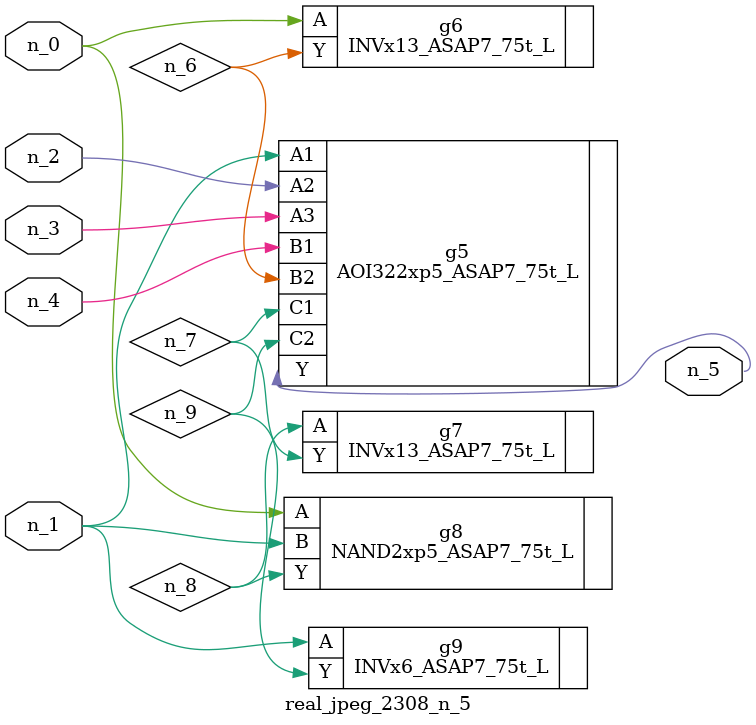
<source format=v>
module real_jpeg_2308_n_5 (n_4, n_0, n_1, n_2, n_3, n_5);

input n_4;
input n_0;
input n_1;
input n_2;
input n_3;

output n_5;

wire n_8;
wire n_6;
wire n_7;
wire n_9;

INVx13_ASAP7_75t_L g6 ( 
.A(n_0),
.Y(n_6)
);

NAND2xp5_ASAP7_75t_L g8 ( 
.A(n_0),
.B(n_1),
.Y(n_8)
);

AOI322xp5_ASAP7_75t_L g5 ( 
.A1(n_1),
.A2(n_2),
.A3(n_3),
.B1(n_4),
.B2(n_6),
.C1(n_7),
.C2(n_9),
.Y(n_5)
);

INVx6_ASAP7_75t_L g9 ( 
.A(n_1),
.Y(n_9)
);

INVx13_ASAP7_75t_L g7 ( 
.A(n_8),
.Y(n_7)
);


endmodule
</source>
